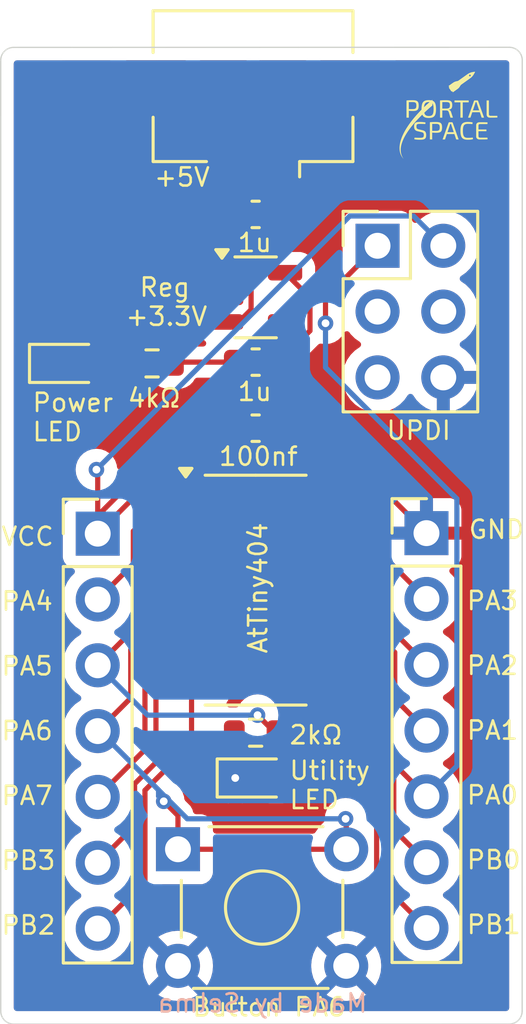
<source format=kicad_pcb>
(kicad_pcb (version 20240108) (generator "pcbnew") (generator_version "8.0")
  (layers (0 "F.Cu" signal) (31 "B.Cu" signal) (34 "B.Paste" user) (35 "F.Paste" user) (36 "B.SilkS" user "B.Silkscreen") (37 "F.SilkS" user "F.Silkscreen") (38 "B.Mask" user) (39 "F.Mask" user) (44 "Edge.Cuts" user))
  (net 0 "")
  (net 1 "GND")
  (net 2 "+5V")
  (net 3 "Net-(D1-A)")
  (net 4 "Net-(D2-A)")
  (net 5 "PA0")
  (net 6 "VCC")
  (net 7 "PA1")
  (net 8 "PB1")
  (net 9 "PA2")
  (net 10 "PB0")
  (net 11 "PA3{slash}EXTCLK")
  (net 12 "PA7")
  (net 13 "PB3")
  (net 14 "PA4")
  (net 15 "PB2")
  (net 16 "PA5")
  (net 17 "PA6")
  (footprint "Connector_USB:USB_Micro-B_Amphenol_10104110_Horizontal" (layer "F.Cu") (at 175.65 67.05 180)
    (property "Reference" "J1" (hide yes))
    (property "Value" "USB_B_Micro" (hide yes))
    (pad "1" smd rect (at -1.3 -1.55 180) (size 0.4 1.4) (layers "F.Cu" "F.Paste" "F.Mask") (net 2 "+5V"))
    (pad "2" smd rect (at -0.65 -1.55 180) (size 0.4 1.4) (layers "F.Cu" "F.Paste" "F.Mask"))
    (pad "3" smd rect (at 0 -1.55 180) (size 0.4 1.4) (layers "F.Cu" "F.Paste" "F.Mask"))
    (pad "4" smd rect (at 0.65 -1.55 180) (size 0.4 1.4) (layers "F.Cu" "F.Paste" "F.Mask"))
    (pad "5" smd rect (at 1.3 -1.55 180) (size 0.4 1.4) (layers "F.Cu" "F.Paste" "F.Mask") (net 1 "GND"))
    (pad "6" smd rect (at -3.75 1.3 180) (size 2.3 1.9) (layers "F.Cu" "F.Paste" "F.Mask"))
    (pad "6" smd rect (at -1.15 1.3 180) (size 1.8 1.9) (layers "F.Cu" "F.Paste" "F.Mask"))
    (pad "6" smd rect (at 1.15 1.3 180) (size 1.8 1.9) (layers "F.Cu" "F.Paste" "F.Mask"))
    (pad "6" smd rect (at 3.75 1.3 180) (size 2.3 1.9) (layers "F.Cu" "F.Paste" "F.Mask"))
  )
  (footprint "Capacitor_SMD:C_0603_1608Metric" (layer "F.Cu") (at 175.75 79)
    (property "Reference" "C1" (hide yes))
    (property "Value" "100nF" (hide yes))
    (pad "1" smd roundrect (at -0.775 0) (size 0.9 0.95) (layers "F.Cu" "F.Paste" "F.Mask") (net 6 "VCC"))
    (pad "2" smd roundrect (at 0.775 0) (size 0.9 0.95) (layers "F.Cu" "F.Paste" "F.Mask") (net 1 "GND"))
  )
  (footprint "Capacitor_SMD:C_0603_1608Metric" (layer "F.Cu") (at 175.75 70.75)
    (property "Reference" "C3" (hide yes))
    (property "Value" "1u" (hide yes))
    (pad "1" smd roundrect (at -0.775 0) (size 0.9 0.95) (layers "F.Cu" "F.Paste" "F.Mask") (net 2 "+5V"))
    (pad "2" smd roundrect (at 0.775 0) (size 0.9 0.95) (layers "F.Cu" "F.Paste" "F.Mask") (net 1 "GND"))
  )
  (footprint "Connector_PinHeader_2.54mm:PinHeader_1x07_P2.54mm_Vertical" (layer "F.Cu") (at 169.65 83.07)
    (property "Reference" "J4" (hide yes))
    (property "Value" "Conn_01x07_Pin" (hide yes))
    (pad "1" thru_hole rect (at 0 0) (size 1.7 1.7) (drill 1) (layers "*.Cu" "*.Mask") (net 6 "VCC"))
    (pad "2" thru_hole oval (at 0 2.54) (size 1.7 1.7) (drill 1) (layers "*.Cu" "*.Mask") (net 14 "PA4"))
    (pad "3" thru_hole oval (at 0 5.08) (size 1.7 1.7) (drill 1) (layers "*.Cu" "*.Mask") (net 16 "PA5"))
    (pad "4" thru_hole oval (at 0 7.62) (size 1.7 1.7) (drill 1) (layers "*.Cu" "*.Mask") (net 17 "PA6"))
    (pad "5" thru_hole oval (at 0 10.16) (size 1.7 1.7) (drill 1) (layers "*.Cu" "*.Mask") (net 12 "PA7"))
    (pad "6" thru_hole oval (at 0 12.7) (size 1.7 1.7) (drill 1) (layers "*.Cu" "*.Mask") (net 13 "PB3"))
    (pad "7" thru_hole oval (at 0 15.24) (size 1.7 1.7) (drill 1) (layers "*.Cu" "*.Mask") (net 15 "PB2"))
  )
  (footprint "Capacitor_SMD:C_0603_1608Metric" (layer "F.Cu") (at 175.75 76.45)
    (property "Reference" "C4" (hide yes))
    (property "Value" "1u" (hide yes))
    (pad "1" smd roundrect (at -0.775 0) (size 0.9 0.95) (layers "F.Cu" "F.Paste" "F.Mask") (net 6 "VCC"))
    (pad "2" smd roundrect (at 0.775 0) (size 0.9 0.95) (layers "F.Cu" "F.Paste" "F.Mask") (net 1 "GND"))
  )
  (footprint "Resistor_SMD:R_0603_1608Metric" (layer "F.Cu") (at 171.75 76.5 180)
    (property "Reference" "R1" (hide yes))
    (property "Value" "4k" (hide yes))
    (pad "1" smd roundrect (at -0.825 0 180) (size 0.8 0.95) (layers "F.Cu" "F.Paste" "F.Mask") (net 6 "VCC"))
    (pad "2" smd roundrect (at 0.825 0 180) (size 0.8 0.95) (layers "F.Cu" "F.Paste" "F.Mask") (net 3 "Net-(D1-A)"))
  )
  (footprint "Connector_PinHeader_2.54mm:PinHeader_2x03_P2.54mm_Vertical" (layer "F.Cu") (at 180.46 71.96)
    (property "Reference" "J2" (hide yes))
    (property "Value" "AVR-UPDI-6" (hide yes))
    (pad "1" thru_hole rect (at 0 0) (size 1.7 1.7) (drill 1) (layers "*.Cu" "*.Mask") (net 5 "PA0"))
    (pad "2" thru_hole oval (at 2.54 0) (size 1.7 1.7) (drill 1) (layers "*.Cu" "*.Mask") (net 6 "VCC"))
    (pad "3" thru_hole oval (at 0 2.54) (size 1.7 1.7) (drill 1) (layers "*.Cu" "*.Mask"))
    (pad "4" thru_hole oval (at 2.54 2.54) (size 1.7 1.7) (drill 1) (layers "*.Cu" "*.Mask"))
    (pad "5" thru_hole oval (at 0 5.08) (size 1.7 1.7) (drill 1) (layers "*.Cu" "*.Mask"))
    (pad "6" thru_hole oval (at 2.54 5.08) (size 1.7 1.7) (drill 1) (layers "*.Cu" "*.Mask") (net 1 "GND"))
  )
  (footprint "Package_TO_SOT_SMD:SOT-23-5" (layer "F.Cu") (at 175.75 73.95)
    (property "Reference" "U1" (hide yes))
    (property "Value" "MIC5504-3.3YM5" (hide yes))
    (pad "1" smd roundrect (at -1.1375 -0.95) (size 1.325 0.6) (layers "F.Cu" "F.Paste" "F.Mask") (net 2 "+5V"))
    (pad "2" smd roundrect (at -1.1375 0) (size 1.325 0.6) (layers "F.Cu" "F.Paste" "F.Mask") (net 1 "GND"))
    (pad "3" smd roundrect (at -1.1375 0.95) (size 1.325 0.6) (layers "F.Cu" "F.Paste" "F.Mask") (net 2 "+5V"))
    (pad "4" smd roundrect (at 1.1375 0.95) (size 1.325 0.6) (layers "F.Cu" "F.Paste" "F.Mask"))
    (pad "5" smd roundrect (at 1.1375 -0.95) (size 1.325 0.6) (layers "F.Cu" "F.Paste" "F.Mask") (net 6 "VCC"))
  )
  (footprint "Button_Switch_THT:SW_TH_Tactile_Omron_B3F-10xx" (layer "F.Cu") (at 172.75 95.25)
    (property "Reference" "SW1" (hide yes))
    (property "Value" "SW_Omron_B3FS" (hide yes))
    (pad "1" thru_hole rect (at 0 0) (size 1.7 1.7) (drill 1) (layers "*.Cu" "*.Mask") (net 17 "PA6"))
    (pad "1" thru_hole circle (at 6.5 0) (size 1.7 1.7) (drill 1) (layers "*.Cu" "*.Mask") (net 17 "PA6"))
    (pad "2" thru_hole circle (at 0 4.5) (size 1.7 1.7) (drill 1) (layers "*.Cu" "*.Mask") (net 1 "GND"))
    (pad "2" thru_hole circle (at 6.5 4.5) (size 1.7 1.7) (drill 1) (layers "*.Cu" "*.Mask") (net 1 "GND"))
  )
  (footprint "Package_SO:SOIC-14_3.9x8.7mm_P1.27mm" (layer "F.Cu") (at 175.75 85.25)
    (property "Reference" "U2" (hide yes))
    (property "Value" "ATtiny404-SS" (hide yes))
    (pad "1" smd roundrect (at -2.475 -3.81) (size 1.95 0.6) (layers "F.Cu" "F.Paste" "F.Mask") (net 6 "VCC"))
    (pad "2" smd roundrect (at -2.475 -2.54) (size 1.95 0.6) (layers "F.Cu" "F.Paste" "F.Mask") (net 14 "PA4"))
    (pad "3" smd roundrect (at -2.475 -1.27) (size 1.95 0.6) (layers "F.Cu" "F.Paste" "F.Mask") (net 16 "PA5"))
    (pad "4" smd roundrect (at -2.475 0) (size 1.95 0.6) (layers "F.Cu" "F.Paste" "F.Mask") (net 17 "PA6"))
    (pad "5" smd roundrect (at -2.475 1.27) (size 1.95 0.6) (layers "F.Cu" "F.Paste" "F.Mask") (net 12 "PA7"))
    (pad "6" smd roundrect (at -2.475 2.54) (size 1.95 0.6) (layers "F.Cu" "F.Paste" "F.Mask") (net 13 "PB3"))
    (pad "7" smd roundrect (at -2.475 3.81) (size 1.95 0.6) (layers "F.Cu" "F.Paste" "F.Mask") (net 15 "PB2"))
    (pad "8" smd roundrect (at 2.475 3.81) (size 1.95 0.6) (layers "F.Cu" "F.Paste" "F.Mask") (net 8 "PB1"))
    (pad "9" smd roundrect (at 2.475 2.54) (size 1.95 0.6) (layers "F.Cu" "F.Paste" "F.Mask") (net 10 "PB0"))
    (pad "10" smd roundrect (at 2.475 1.27) (size 1.95 0.6) (layers "F.Cu" "F.Paste" "F.Mask") (net 5 "PA0"))
    (pad "11" smd roundrect (at 2.475 0) (size 1.95 0.6) (layers "F.Cu" "F.Paste" "F.Mask") (net 7 "PA1"))
    (pad "12" smd roundrect (at 2.475 -1.27) (size 1.95 0.6) (layers "F.Cu" "F.Paste" "F.Mask") (net 9 "PA2"))
    (pad "13" smd roundrect (at 2.475 -2.54) (size 1.95 0.6) (layers "F.Cu" "F.Paste" "F.Mask") (net 11 "PA3{slash}EXTCLK"))
    (pad "14" smd roundrect (at 2.475 -3.81) (size 1.95 0.6) (layers "F.Cu" "F.Paste" "F.Mask") (net 1 "GND"))
  )
  (footprint "LED_SMD:LED_0603_1608Metric" (layer "F.Cu") (at 168.5 76.5)
    (property "Reference" "D1" (hide yes))
    (property "Value" "LED" (hide yes))
    (pad "1" smd roundrect (at -0.7875 0) (size 0.875 0.95) (layers "F.Cu" "F.Paste" "F.Mask") (net 1 "GND"))
    (pad "2" smd roundrect (at 0.7875 0) (size 0.875 0.95) (layers "F.Cu" "F.Paste" "F.Mask") (net 3 "Net-(D1-A)"))
  )
  (footprint "Connector_PinHeader_2.54mm:PinHeader_1x07_P2.54mm_Vertical" (layer "F.Cu") (at 182.35 83.05)
    (property "Reference" "J3" (hide yes))
    (property "Value" "Conn_01x07_Pin" (hide yes))
    (pad "1" thru_hole rect (at 0 0) (size 1.7 1.7) (drill 1) (layers "*.Cu" "*.Mask") (net 1 "GND"))
    (pad "2" thru_hole oval (at 0 2.54) (size 1.7 1.7) (drill 1) (layers "*.Cu" "*.Mask") (net 11 "PA3{slash}EXTCLK"))
    (pad "3" thru_hole oval (at 0 5.08) (size 1.7 1.7) (drill 1) (layers "*.Cu" "*.Mask") (net 9 "PA2"))
    (pad "4" thru_hole oval (at 0 7.62) (size 1.7 1.7) (drill 1) (layers "*.Cu" "*.Mask") (net 7 "PA1"))
    (pad "5" thru_hole oval (at 0 10.16) (size 1.7 1.7) (drill 1) (layers "*.Cu" "*.Mask") (net 5 "PA0"))
    (pad "6" thru_hole oval (at 0 12.7) (size 1.7 1.7) (drill 1) (layers "*.Cu" "*.Mask") (net 10 "PB0"))
    (pad "7" thru_hole oval (at 0 15.24) (size 1.7 1.7) (drill 1) (layers "*.Cu" "*.Mask") (net 8 "PB1"))
  )
  (footprint "LED_SMD:LED_0603_1608Metric" (layer "F.Cu") (at 175.75 92.5)
    (property "Reference" "D2" (hide yes))
    (property "Value" "LED" (hide yes))
    (pad "1" smd roundrect (at -0.7875 0) (size 0.875 0.95) (layers "F.Cu" "F.Paste" "F.Mask") (net 1 "GND"))
    (pad "2" smd roundrect (at 0.7875 0) (size 0.875 0.95) (layers "F.Cu" "F.Paste" "F.Mask") (net 4 "Net-(D2-A)"))
  )
  (footprint "LOGO" (layer "F.Cu") (at 183.334874 67.030188)
    (property "Reference" "G***" (hide yes))
    (property "Value" "LOGO" (hide yes))
  )
  (footprint "Resistor_SMD:R_0603_1608Metric" (layer "F.Cu") (at 175.75 90.75)
    (property "Reference" "R2" (hide yes))
    (property "Value" "2K" (hide yes))
    (pad "1" smd roundrect (at -0.825 0) (size 0.8 0.95) (layers "F.Cu" "F.Paste" "F.Mask") (net 4 "Net-(D2-A)"))
    (pad "2" smd roundrect (at 0.825 0) (size 0.8 0.95) (layers "F.Cu" "F.Paste" "F.Mask") (net 16 "PA5"))
  )
  (gr_arc (start 186.04646 101.49646) (mid 185.9 101.85) (end 185.54646 101.99646) (stroke (width 0.05)) (layer "Edge.Cuts"))
  (gr_arc (start 166.401263 101.997696) (mid 166.05 101.85) (end 165.904804 101.497697) (stroke (width 0.05)) (layer "Edge.Cuts"))
  (gr_arc (start 185.55 64.3) (mid 185.90354 64.44646) (end 186.05 64.8) (stroke (width 0.05)) (layer "Edge.Cuts"))
  (gr_line (start 186.05 64.8) (end 186.04646 101.49646) (stroke (width 0.05)) (layer "Edge.Cuts"))
  (gr_line (start 166.401263 101.997696) (end 185.54646 101.99646) (stroke (width 0.05)) (layer "Edge.Cuts"))
  (gr_arc (start 165.90354 64.80354) (mid 166.05 64.45) (end 166.40354 64.30354) (stroke (width 0.05)) (layer "Edge.Cuts"))
  (gr_line (start 165.90354 64.80354) (end 165.904804 101.497697) (stroke (width 0.05)) (layer "Edge.Cuts"))
  (gr_line (start 185.55 64.3) (end 166.40354 64.30354) (stroke (width 0.05)) (layer "Edge.Cuts"))
  (gr_text "Made by Selma" (at 180.125 101.6 0) (layer "B.SilkS") (effects (font (size 0.7 0.7) (thickness 0.1)) (justify left bottom mirror)))
  (gr_text "Power\nLED" (at 167.075 79.55 0) (layer "F.SilkS") (effects (font (size 0.7 0.7) (thickness 0.1)) (justify left bottom)))
  (gr_text "PB3" (at 165.875 96.09 0) (layer "F.SilkS") (effects (font (size 0.7 0.7) (thickness 0.1)) (justify left bottom)))
  (gr_text "PA7" (at 165.875 93.59 0) (layer "F.SilkS") (effects (font (size 0.7 0.7) (thickness 0.1)) (justify left bottom)))
  (gr_text "2kΩ" (at 177 91.25 0) (layer "F.SilkS") (effects (font (size 0.7 0.7) (thickness 0.1)) (justify left bottom)))
  (gr_text "PA1" (at 183.85 91.07 0) (layer "F.SilkS") (effects (font (size 0.7 0.7) (thickness 0.1)) (justify left bottom)))
  (gr_text "VCC" (at 165.875 83.59 0) (layer "F.SilkS") (effects (font (size 0.7 0.7) (thickness 0.1)) (justify left bottom)))
  (gr_text " Reg\n+3.3V" (at 170.675 75.1 0) (layer "F.SilkS") (effects (font (size 0.7 0.7) (thickness 0.1)) (justify left bottom)))
  (gr_text "+5V" (at 171.775 69.725 0) (layer "F.SilkS") (effects (font (size 0.7 0.7) (thickness 0.1)) (justify left bottom)))
  (gr_text "PA5" (at 165.875 88.59 0) (layer "F.SilkS") (effects (font (size 0.7 0.7) (thickness 0.1)) (justify left bottom)))
  (gr_text "GND" (at 183.925 83.32 0) (layer "F.SilkS") (effects (font (size 0.7 0.7) (thickness 0.1)) (justify left bottom)))
  (gr_text "4kΩ" (at 170.75 78.25 0) (layer "F.SilkS") (effects (font (size 0.7 0.7) (thickness 0.1)) (justify left bottom)))
  (gr_text "AtTiny404" (at 176.25 87.75 90) (layer "F.SilkS") (effects (font (size 0.7 0.7) (thickness 0.1)) (justify left bottom)))
  (gr_text "Button PA6" (at 173.25 101.75 0) (layer "F.SilkS") (effects (font (size 0.7 0.7) (thickness 0.1)) (justify left bottom)))
  (gr_text "PB0" (at 183.85 96.07 0) (layer "F.SilkS") (effects (font (size 0.7 0.7) (thickness 0.1)) (justify left bottom)))
  (gr_text "PA2" (at 183.85 88.57 0) (layer "F.SilkS") (effects (font (size 0.7 0.7) (thickness 0.1)) (justify left bottom)))
  (gr_text "Utility\nLED" (at 177 93.75 0) (layer "F.SilkS") (effects (font (size 0.7 0.7) (thickness 0.1)) (justify left bottom)))
  (gr_text "PA3" (at 183.85 86.07 0) (layer "F.SilkS") (effects (font (size 0.7 0.7) (thickness 0.1)) (justify left bottom)))
  (gr_text "PB1" (at 183.85 98.57 0) (layer "F.SilkS") (effects (font (size 0.7 0.7) (thickness 0.1)) (justify left bottom)))
  (gr_text "PA0" (at 183.85 93.57 0) (layer "F.SilkS") (effects (font (size 0.7 0.7) (thickness 0.1)) (justify left bottom)))
  (gr_text "PA6" (at 165.875 91.09 0) (layer "F.SilkS") (effects (font (size 0.7 0.7) (thickness 0.1)) (justify left bottom)))
  (gr_text "100nf" (at 174.275 80.5 0) (layer "F.SilkS") (effects (font (size 0.7 0.7) (thickness 0.1)) (justify left bottom)))
  (gr_text "PB2" (at 165.875 98.59 0) (layer "F.SilkS") (effects (font (size 0.7 0.7) (thickness 0.1)) (justify left bottom)))
  (gr_text "PA4" (at 165.875 86.09 0) (layer "F.SilkS") (effects (font (size 0.7 0.7) (thickness 0.1)) (justify left bottom)))
  (gr_text "UPDI" (at 180.75 79.5 0) (layer "F.SilkS") (effects (font (size 0.7 0.7) (thickness 0.1)) (justify left bottom)))
  (gr_text "1u" (at 175 72.25 0) (layer "F.SilkS") (effects (font (size 0.7 0.7) (thickness 0.1)) (justify left bottom)))
  (gr_text "1u" (at 175 78 0) (layer "F.SilkS") (effects (font (size 0.7 0.7) (thickness 0.1)) (justify left bottom)))
  (segment (start 180.74 81.44) (end 180.665 81.44) (width 0.2) (layer "F.Cu") (net 1))
  (segment (start 182.35 83.05) (end 180.74 81.44) (width 0.2) (layer "F.Cu") (net 1))
  (segment (start 180.665 81.44) (end 178.225 81.44) (width 0.2) (layer "F.Cu") (net 1))
  (via (at 179.25 99.75) (size 0.6) (drill 0.3) (layers "F.Cu" "B.Cu") (net 1))
  (via (at 172.75 99.75) (size 0.6) (drill 0.3) (layers "F.Cu" "B.Cu") (net 1))
  (via (at 174.9625 92.5) (size 0.6) (drill 0.3) (layers "F.Cu" "B.Cu") (net 1))
  (via (at 172.75 99.75) (size 0.6) (drill 0.3) (layers "F.Cu" "B.Cu") (net 1))
  (segment (start 176.95 69.45) (end 176.95 68.6) (width 0.2) (layer "F.Cu") (net 2))
  (segment (start 174.975 70.75) (end 174.975 72.6375) (width 0.2) (layer "F.Cu") (net 2))
  (segment (start 175.1 74.9) (end 174.6125 74.9) (width 0.2) (layer "F.Cu") (net 2))
  (segment (start 176.8 69.6) (end 176.95 69.45) (width 0.2) (layer "F.Cu") (net 2))
  (segment (start 175.05 70.75) (end 176.2 69.6) (width 0.2) (layer "F.Cu") (net 2))
  (segment (start 175.575 73.300001) (end 175.575 74.425) (width 0.2) (layer "F.Cu") (net 2))
  (segment (start 174.975 72.6375) (end 174.6125 73) (width 0.2) (layer "F.Cu") (net 2))
  (segment (start 174.975 70.75) (end 175.05 70.75) (width 0.2) (layer "F.Cu") (net 2))
  (segment (start 175.274999 73) (end 175.575 73.300001) (width 0.2) (layer "F.Cu") (net 2))
  (segment (start 176.2 69.6) (end 176.8 69.6) (width 0.2) (layer "F.Cu") (net 2))
  (segment (start 175.575 74.425) (end 175.1 74.9) (width 0.2) (layer "F.Cu") (net 2))
  (segment (start 174.6125 73) (end 175.274999 73) (width 0.2) (layer "F.Cu") (net 2))
  (segment (start 170.925 76.5) (end 169.2875 76.5) (width 0.2) (layer "F.Cu") (net 3))
  (segment (start 174.925 90.8875) (end 176.5375 92.5) (width 0.2) (layer "F.Cu") (net 4))
  (segment (start 174.925 90.75) (end 174.925 90.8875) (width 0.2) (layer "F.Cu") (net 4))
  (segment (start 182.35 93.21) (end 180.717157 91.577157) (width 0.2) (layer "F.Cu") (net 5))
  (segment (start 178.45 73.97) (end 178.45 74.95) (width 0.2) (layer "F.Cu") (net 5))
  (segment (start 179.429314 86.52) (end 178.225 86.52) (width 0.2) (layer "F.Cu") (net 5))
  (segment (start 180.717157 87.807843) (end 179.429314 86.52) (width 0.2) (layer "F.Cu") (net 5))
  (segment (start 180.46 71.96) (end 178.45 73.97) (width 0.2) (layer "F.Cu") (net 5))
  (segment (start 180.717157 91.577157) (end 180.717157 87.807843) (width 0.2) (layer "F.Cu") (net 5))
  (via (at 178.45 74.95) (size 0.6) (drill 0.3) (layers "F.Cu" "B.Cu") (net 5))
  (segment (start 183.525 81.725) (end 183.525 92.035) (width 0.2) (layer "B.Cu") (net 5))
  (segment (start 183.35 81.55) (end 183.525 81.725) (width 0.2) (layer "B.Cu") (net 5))
  (segment (start 178.45 76.656346) (end 183.343654 81.55) (width 0.2) (layer "B.Cu") (net 5))
  (segment (start 178.45 74.95) (end 178.45 76.656346) (width 0.2) (layer "B.Cu") (net 5))
  (segment (start 183.525 92.035) (end 182.35 93.21) (width 0.2) (layer "B.Cu") (net 5))
  (segment (start 183.343654 81.55) (end 183.35 81.55) (width 0.2) (layer "B.Cu") (net 5))
  (segment (start 171.28 81.44) (end 173.275 81.44) (width 0.2) (layer "F.Cu") (net 6))
  (segment (start 177.415552 75.675) (end 175.75 75.675) (width 0.2) (layer "F.Cu") (net 6))
  (segment (start 176.8875 73) (end 177.85 73.9625) (width 0.2) (layer "F.Cu") (net 6))
  (segment (start 169.65 83.07) (end 169.65 82.375) (width 0.2) (layer "F.Cu") (net 6))
  (segment (start 177.85 75.240552) (end 177.415552 75.675) (width 0.2) (layer "F.Cu") (net 6))
  (segment (start 169.65 80.65) (end 169.6 80.6) (width 0.2) (layer "F.Cu") (net 6))
  (segment (start 169.65 83.07) (end 169.65 80.65) (width 0.2) (layer "F.Cu") (net 6))
  (segment (start 169.65 83.07) (end 171.28 81.44) (width 0.2) (layer "F.Cu") (net 6))
  (segment (start 174.975 76.45) (end 172.625 76.45) (width 0.2) (layer "F.Cu") (net 6))
  (segment (start 177.85 73.9625) (end 177.85 75.240552) (width 0.2) (layer "F.Cu") (net 6))
  (segment (start 174.975 76.45) (end 174.975 79) (width 0.2) (layer "F.Cu") (net 6))
  (segment (start 172.625 76.45) (end 172.575 76.5) (width 0.2) (layer "F.Cu") (net 6))
  (segment (start 175.75 75.675) (end 174.975 76.45) (width 0.2) (layer "F.Cu") (net 6))
  (segment (start 169.65 82.375) (end 173.025 79) (width 0.2) (layer "F.Cu") (net 6))
  (segment (start 173.025 79) (end 174.975 79) (width 0.2) (layer "F.Cu") (net 6))
  (via (at 169.6 80.6) (size 0.6) (drill 0.3) (layers "F.Cu" "B.Cu") (net 6))
  (segment (start 179.39 70.81) (end 181.85 70.81) (width 0.2) (layer "B.Cu") (net 6))
  (segment (start 181.85 70.81) (end 183 71.96) (width 0.2) (layer "B.Cu") (net 6))
  (segment (start 169.6 80.6) (end 179.39 70.81) (width 0.2) (layer "B.Cu") (net 6))
  (segment (start 181.125 87.65) (end 180.4 86.925) (width 0.2) (layer "F.Cu") (net 7))
  (segment (start 180.4 86.925) (end 180.4 85.25) (width 0.2) (layer "F.Cu") (net 7))
  (segment (start 181.125 89.445) (end 181.125 87.65) (width 0.2) (layer "F.Cu") (net 7))
  (segment (start 182.35 90.67) (end 181.125 89.445) (width 0.2) (layer "F.Cu") (net 7))
  (segment (start 180.4 85.25) (end 178.225 85.25) (width 0.2) (layer "F.Cu") (net 7))
  (segment (start 179.9 89.35) (end 179.61 89.06) (width 0.2) (layer "F.Cu") (net 8))
  (segment (start 179.61 89.06) (end 178.225 89.06) (width 0.2) (layer "F.Cu") (net 8))
  (segment (start 180.425 92.416372) (end 179.9 91.891372) (width 0.2) (layer "F.Cu") (net 8))
  (segment (start 180.425 96.365) (end 180.425 92.416372) (width 0.2) (layer "F.Cu") (net 8))
  (segment (start 179.9 91.891372) (end 179.9 89.35) (width 0.2) (layer "F.Cu") (net 8))
  (segment (start 182.35 98.29) (end 180.425 96.365) (width 0.2) (layer "F.Cu") (net 8))
  (segment (start 180.975 86.755) (end 180.975 85.075) (width 0.2) (layer "F.Cu") (net 9))
  (segment (start 182.35 88.13) (end 180.975 86.755) (width 0.2) (layer "F.Cu") (net 9))
  (segment (start 180.85 84.95) (end 179.88 83.98) (width 0.2) (layer "F.Cu") (net 9))
  (segment (start 179.88 83.98) (end 178.225 83.98) (width 0.2) (layer "F.Cu") (net 9))
  (segment (start 180.975 85.075) (end 180.85 84.95) (width 0.2) (layer "F.Cu") (net 9))
  (segment (start 179.982157 87.79) (end 178.225 87.79) (width 0.2) (layer "F.Cu") (net 10))
  (segment (start 181.087157 94.487157) (end 181.087157 92.512843) (width 0.2) (layer "F.Cu") (net 10))
  (segment (start 180.317157 91.742843) (end 180.317157 88.125) (width 0.2) (layer "F.Cu") (net 10))
  (segment (start 182.35 95.75) (end 181.087157 94.487157) (width 0.2) (layer "F.Cu") (net 10))
  (segment (start 181.087157 92.512843) (end 180.317157 91.742843) (width 0.2) (layer "F.Cu") (net 10))
  (segment (start 180.317157 88.125) (end 179.982157 87.79) (width 0.2) (layer "F.Cu") (net 10))
  (segment (start 179.47 82.71) (end 178.225 82.71) (width 0.2) (layer "F.Cu") (net 11))
  (segment (start 182.35 85.59) (end 179.47 82.71) (width 0.2) (layer "F.Cu") (net 11))
  (segment (start 169.65 93.23) (end 171.475 91.405) (width 0.2) (layer "F.Cu") (net 12))
  (segment (start 171.475 91.405) (end 171.475 87.775) (width 0.2) (layer "F.Cu") (net 12))
  (segment (start 171.475 87.775) (end 171.55 87.7) (width 0.2) (layer "F.Cu") (net 12))
  (segment (start 172.73 86.52) (end 173.275 86.52) (width 0.2) (layer "F.Cu") (net 12))
  (segment (start 171.55 87.7) (end 172.73 86.52) (width 0.2) (layer "F.Cu") (net 12))
  (segment (start 171.9 91.9) (end 171.9 88.15) (width 0.2) (layer "F.Cu") (net 13))
  (segment (start 171.1 92.7) (end 171.9 91.9) (width 0.2) (layer "F.Cu") (net 13))
  (segment (start 169.65 95.77) (end 171.075 94.345) (width 0.2) (layer "F.Cu") (net 13))
  (segment (start 171.075 94.345) (end 171.075 92.725) (width 0.2) (layer "F.Cu") (net 13))
  (segment (start 171.075 92.725) (end 171.1 92.7) (width 0.2) (layer "F.Cu") (net 13))
  (segment (start 172.26 87.79) (end 173.275 87.79) (width 0.2) (layer "F.Cu") (net 13))
  (segment (start 171.9 88.15) (end 172.26 87.79) (width 0.2) (layer "F.Cu") (net 13))
  (segment (start 171.025 84.235) (end 171.025 82.975) (width 0.2) (layer "F.Cu") (net 14))
  (segment (start 169.65 85.61) (end 171.025 84.235) (width 0.2) (layer "F.Cu") (net 14))
  (segment (start 171.025 82.975) (end 171.29 82.71) (width 0.2) (layer "F.Cu") (net 14))
  (segment (start 171.29 82.71) (end 173.275 82.71) (width 0.2) (layer "F.Cu") (net 14))
  (segment (start 169.65 98.31) (end 171.475 96.485) (width 0.2) (layer "F.Cu") (net 15))
  (segment (start 171.55 92.9) (end 173.275 91.175) (width 0.2) (layer "F.Cu") (net 15))
  (segment (start 173.275 91.175) (end 173.275 89.06) (width 0.2) (layer "F.Cu") (net 15))
  (segment (start 171.475 92.975) (end 171.55 92.9) (width 0.2) (layer "F.Cu") (net 15))
  (segment (start 171.475 96.485) (end 171.475 92.975) (width 0.2) (layer "F.Cu") (net 15))
  (segment (start 169.735 98.31) (end 169.875 98.45) (width 0.2) (layer "B.Cu") (net 15))
  (segment (start 169.65 98.31) (end 169.735 98.31) (width 0.2) (layer "B.Cu") (net 15))
  (segment (start 169.66 98.3) (end 169.925 98.3) (width 0.2) (layer "B.Cu") (net 15))
  (segment (start 169.65 98.31) (end 169.65 98.225) (width 0.2) (layer "B.Cu") (net 15))
  (segment (start 169.65 98.31) (end 169.66 98.3) (width 0.2) (layer "B.Cu") (net 15))
  (segment (start 169.65 98.225) (end 169.725 98.15) (width 0.2) (layer "B.Cu") (net 15))
  (segment (start 172.02 83.98) (end 173.275 83.98) (width 0.2) (layer "F.Cu") (net 16))
  (segment (start 176.575 90.75) (end 176.5 90.75) (width 0.2) (layer "F.Cu") (net 16))
  (segment (start 176.5 90.75) (end 175.825 90.075) (width 0.2) (layer "F.Cu") (net 16))
  (segment (start 169.65 88.15) (end 171.05 86.75) (width 0.2) (layer "F.Cu") (net 16))
  (segment (start 171.05 84.95) (end 172.02 83.98) (width 0.2) (layer "F.Cu") (net 16))
  (segment (start 171.05 86.75) (end 171.05 84.95) (width 0.2) (layer "F.Cu") (net 16))
  (via (at 175.825 90.075) (size 0.6) (drill 0.3) (layers "F.Cu" "B.Cu") (net 16))
  (segment (start 171.575 90.075) (end 169.65 88.15) (width 0.2) (layer "B.Cu") (net 16))
  (segment (start 175.825 90.075) (end 171.65 90.075) (width 0.2) (layer "B.Cu") (net 16))
  (segment (start 172.75 95.25) (end 179.25 95.25) (width 0.2) (layer "F.Cu") (net 17))
  (segment (start 171.475 85.25) (end 173.275 85.25) (width 0.2) (layer "F.Cu") (net 17))
  (segment (start 179.25 94.1) (end 179.225 94.075) (width 0.2) (layer "F.Cu") (net 17))
  (segment (start 169.65 90.69) (end 170.925 89.415) (width 0.2) (layer "F.Cu") (net 17))
  (segment (start 172.2 93.4) (end 172.75 93.95) (width 0.2) (layer "F.Cu") (net 17))
  (segment (start 172.75 93.95) (end 172.75 95.25) (width 0.2) (layer "F.Cu") (net 17))
  (segment (start 171.475 87) (end 171.475 85.25) (width 0.2) (layer "F.Cu") (net 17))
  (segment (start 170.925 87.55) (end 171.475 87) (width 0.2) (layer "F.Cu") (net 17))
  (segment (start 179.25 95.25) (end 179.25 94.1) (width 0.2) (layer "F.Cu") (net 17))
  (segment (start 170.925 89.415) (end 170.925 87.55) (width 0.2) (layer "F.Cu") (net 17))
  (via (at 179.225 94.075) (size 0.6) (drill 0.3) (layers "F.Cu" "B.Cu") (net 17))
  (via (at 172.2 93.4) (size 0.6) (drill 0.3) (layers "F.Cu" "B.Cu") (net 17))
  (segment (start 172 92.965) (end 169.725 90.69) (width 0.2) (layer "B.Cu") (net 17))
  (segment (start 169.725 90.69) (end 173.11 94.075) (width 0.2) (layer "B.Cu") (net 17))
  (segment (start 172.2 93.4) (end 172 93.2) (width 0.2) (layer "B.Cu") (net 17))
  (segment (start 173.11 94.075) (end 179.225 94.075) (width 0.2) (layer "B.Cu") (net 17))
  (segment (start 172 93.2) (end 172 92.965) (width 0.2) (layer "B.Cu") (net 17))
  (zone (net 1) (net_name "GND") (layers "F&B.Cu") (connect_pads (clearance 0.5)) (min_thickness 0.25) (fill yes (thermal_gap 0.5) (thermal_bridge_width 0.5))
    (polygon (pts (xy 165.9 64.85) (xy 165.95 64.55) (xy 166.2 64.35) (xy 166.4 64.3) (xy 185.6 64.3) (xy 185.85 64.4) (xy 186 64.55) (xy 186.05 64.75) (xy 186.05 101.6) (xy 185.9 101.85) (xy 185.7 102) (xy 166.3 102) (xy 166.05 101.85) (xy 165.9 101.6) (xy 165.9 64.8)))
  )
)
</source>
